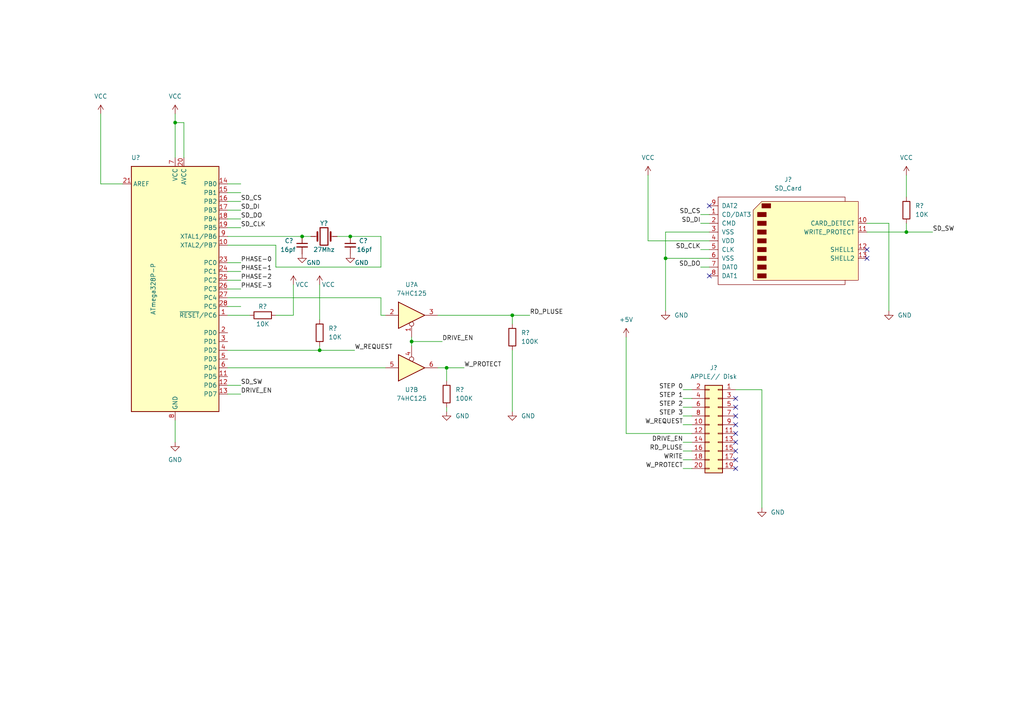
<source format=kicad_sch>
(kicad_sch (version 20211123) (generator eeschema)
  (paper "A4")
  (lib_symbols
    (symbol "74xx_IEEE:74HC125" (pin_names (offset 1.016))
      (property "Reference" "U" (at 0 1.27 0))
      (property "Value" "74HC125" (at 0 -1.27 0))
      (symbol "74HC125_1_0"
        (polyline (pts (xy -3.81 3.81) (xy -3.81 -3.81) (xy 3.81 0) (xy -3.81 3.81)) (stroke (width 0.254)) (fill (type background)))
        (pin input inverted (at 0 -6.35 90) (length 4.445) (name "~") (number "1"))
        (pin input line (at -7.62 0 0) (length 3.81) (name "~") (number "2"))
        (pin tri_state line (at 7.62 0 180) (length 3.81) (name "~") (number "3"))
      )
      (symbol "74HC125_2_0"
        (polyline (pts (xy -3.81 3.81) (xy -3.81 -3.81) (xy 3.81 0) (xy -3.81 3.81)) (stroke (width 0.254)) (fill (type background)))
        (pin input inverted (at 0 -6.35 90) (length 4.445) (name "~") (number "4"))
        (pin input line (at -7.62 0 0) (length 3.81) (name "~") (number "5"))
        (pin tri_state line (at 7.62 0 180) (length 3.81) (name "~") (number "6"))
      )
      (symbol "74HC125_3_0"
        (polyline (pts (xy -3.81 3.81) (xy -3.81 -3.81) (xy 3.81 0) (xy -3.81 3.81)) (stroke (width 0.254)) (fill (type background)))
        (pin input inverted (at 0 -6.35 90) (length 4.445) (name "~") (number "10"))
        (pin tri_state line (at 7.62 0 180) (length 3.81) (name "~") (number "8"))
        (pin input line (at -7.62 0 0) (length 3.81) (name "~") (number "9"))
      )
      (symbol "74HC125_4_0"
        (polyline (pts (xy -3.81 3.81) (xy -3.81 -3.81) (xy 3.81 0) (xy -3.81 3.81)) (stroke (width 0.254)) (fill (type background)))
        (pin tri_state line (at 7.62 0 180) (length 3.81) (name "~") (number "11"))
        (pin input line (at -7.62 0 0) (length 3.81) (name "~") (number "12"))
        (pin input inverted (at 0 -6.35 90) (length 4.445) (name "~") (number "13"))
      )
      (symbol "74HC125_5_0"
        (pin power_in line (at 0 12.7 270) (length 5.08) (name "VCC") (number "14"))
        (pin power_in line (at 0 -12.7 90) (length 5.08) (name "GND") (number "7"))
      )
      (symbol "74HC125_5_1"
        (rectangle (start -5.08 7.62) (end 5.08 -7.62) (stroke (width 0.254)) (fill (type background)))
      )
    )
    (symbol "Connector:SD_Card" (pin_names (offset 1.016))
      (property "Reference" "J" (at -16.51 13.97 0))
      (property "Value" "SD_Card" (at 15.24 -13.97 0))
      (symbol "SD_Card_0_1"
        (rectangle (start -8.89 -9.525) (end -6.35 -10.795) (fill (type outline)))
        (rectangle (start -8.89 -6.985) (end -6.35 -8.255) (fill (type outline)))
        (rectangle (start -8.89 -4.445) (end -6.35 -5.715) (fill (type outline)))
        (rectangle (start -8.89 -1.905) (end -6.35 -3.175) (fill (type outline)))
        (rectangle (start -8.89 0.635) (end -6.35 -0.635) (fill (type outline)))
        (rectangle (start -8.89 3.175) (end -6.35 1.905) (fill (type outline)))
        (rectangle (start -8.89 5.715) (end -6.35 4.445) (fill (type outline)))
        (rectangle (start -8.89 8.255) (end -6.35 6.985) (fill (type outline)))
        (rectangle (start -7.62 10.795) (end -5.08 9.525) (fill (type outline)))
        (polyline (pts (xy -10.16 8.89) (xy -7.62 11.43) (xy 20.32 11.43) (xy 20.32 -11.43) (xy -10.16 -11.43) (xy -10.16 8.89)) (fill (type background)))
        (polyline (pts (xy 16.51 11.43) (xy 16.51 12.7) (xy -20.32 12.7) (xy -20.32 -12.7) (xy 16.51 -12.7) (xy 16.51 -11.43)))
      )
      (symbol "SD_Card_1_1"
        (pin input line (at -22.86 7.62 0) (length 2.54) (name "CD/DAT3") (number "1"))
        (pin input line (at 22.86 5.08 180) (length 2.54) (name "CARD_DETECT") (number "10"))
        (pin input line (at 22.86 2.54 180) (length 2.54) (name "WRITE_PROTECT") (number "11"))
        (pin input line (at 22.86 -2.54 180) (length 2.54) (name "SHELL1") (number "12"))
        (pin input line (at 22.86 -5.08 180) (length 2.54) (name "SHELL2") (number "13"))
        (pin input line (at -22.86 5.08 0) (length 2.54) (name "CMD") (number "2"))
        (pin power_in line (at -22.86 2.54 0) (length 2.54) (name "VSS") (number "3"))
        (pin power_in line (at -22.86 0 0) (length 2.54) (name "VDD") (number "4"))
        (pin input line (at -22.86 -2.54 0) (length 2.54) (name "CLK") (number "5"))
        (pin power_in line (at -22.86 -5.08 0) (length 2.54) (name "VSS") (number "6"))
        (pin input line (at -22.86 -7.62 0) (length 2.54) (name "DAT0") (number "7"))
        (pin input line (at -22.86 -10.16 0) (length 2.54) (name "DAT1") (number "8"))
        (pin input line (at -22.86 10.16 0) (length 2.54) (name "DAT2") (number "9"))
      )
    )
    (symbol "Connector_Generic:Conn_02x10_Odd_Even" (pin_names (offset 1.016) hide)
      (property "Reference" "J" (at 1.27 12.7 0))
      (property "Value" "Conn_02x10_Odd_Even" (at 1.27 -15.24 0))
      (symbol "Conn_02x10_Odd_Even_1_1"
        (rectangle (start -1.27 -12.573) (end 0 -12.827) (stroke (width 0.1524)))
        (rectangle (start -1.27 -10.033) (end 0 -10.287) (stroke (width 0.1524)))
        (rectangle (start -1.27 -7.493) (end 0 -7.747) (stroke (width 0.1524)))
        (rectangle (start -1.27 -4.953) (end 0 -5.207) (stroke (width 0.1524)))
        (rectangle (start -1.27 -2.413) (end 0 -2.667) (stroke (width 0.1524)))
        (rectangle (start -1.27 0.127) (end 0 -0.127) (stroke (width 0.1524)))
        (rectangle (start -1.27 2.667) (end 0 2.413) (stroke (width 0.1524)))
        (rectangle (start -1.27 5.207) (end 0 4.953) (stroke (width 0.1524)))
        (rectangle (start -1.27 7.747) (end 0 7.493) (stroke (width 0.1524)))
        (rectangle (start -1.27 10.287) (end 0 10.033) (stroke (width 0.1524)))
        (rectangle (start -1.27 11.43) (end 3.81 -13.97) (stroke (width 0.254)) (fill (type background)))
        (rectangle (start 3.81 -12.573) (end 2.54 -12.827) (stroke (width 0.1524)))
        (rectangle (start 3.81 -10.033) (end 2.54 -10.287) (stroke (width 0.1524)))
        (rectangle (start 3.81 -7.493) (end 2.54 -7.747) (stroke (width 0.1524)))
        (rectangle (start 3.81 -4.953) (end 2.54 -5.207) (stroke (width 0.1524)))
        (rectangle (start 3.81 -2.413) (end 2.54 -2.667) (stroke (width 0.1524)))
        (rectangle (start 3.81 0.127) (end 2.54 -0.127) (stroke (width 0.1524)))
        (rectangle (start 3.81 2.667) (end 2.54 2.413) (stroke (width 0.1524)))
        (rectangle (start 3.81 5.207) (end 2.54 4.953) (stroke (width 0.1524)))
        (rectangle (start 3.81 7.747) (end 2.54 7.493) (stroke (width 0.1524)))
        (rectangle (start 3.81 10.287) (end 2.54 10.033) (stroke (width 0.1524)))
        (pin passive line (at -5.08 10.16 0) (length 3.81) (name "Pin_1") (number "1"))
        (pin passive line (at 7.62 0 180) (length 3.81) (name "Pin_10") (number "10"))
        (pin passive line (at -5.08 -2.54 0) (length 3.81) (name "Pin_11") (number "11"))
        (pin passive line (at 7.62 -2.54 180) (length 3.81) (name "Pin_12") (number "12"))
        (pin passive line (at -5.08 -5.08 0) (length 3.81) (name "Pin_13") (number "13"))
        (pin passive line (at 7.62 -5.08 180) (length 3.81) (name "Pin_14") (number "14"))
        (pin passive line (at -5.08 -7.62 0) (length 3.81) (name "Pin_15") (number "15"))
        (pin passive line (at 7.62 -7.62 180) (length 3.81) (name "Pin_16") (number "16"))
        (pin passive line (at -5.08 -10.16 0) (length 3.81) (name "Pin_17") (number "17"))
        (pin passive line (at 7.62 -10.16 180) (length 3.81) (name "Pin_18") (number "18"))
        (pin passive line (at -5.08 -12.7 0) (length 3.81) (name "Pin_19") (number "19"))
        (pin passive line (at 7.62 10.16 180) (length 3.81) (name "Pin_2") (number "2"))
        (pin passive line (at 7.62 -12.7 180) (length 3.81) (name "Pin_20") (number "20"))
        (pin passive line (at -5.08 7.62 0) (length 3.81) (name "Pin_3") (number "3"))
        (pin passive line (at 7.62 7.62 180) (length 3.81) (name "Pin_4") (number "4"))
        (pin passive line (at -5.08 5.08 0) (length 3.81) (name "Pin_5") (number "5"))
        (pin passive line (at 7.62 5.08 180) (length 3.81) (name "Pin_6") (number "6"))
        (pin passive line (at -5.08 2.54 0) (length 3.81) (name "Pin_7") (number "7"))
        (pin passive line (at 7.62 2.54 180) (length 3.81) (name "Pin_8") (number "8"))
        (pin passive line (at -5.08 0 0) (length 3.81) (name "Pin_9") (number "9"))
      )
    )
    (symbol "Device:C_Small" (pin_numbers hide) (pin_names (offset 0.254) hide)
      (property "Reference" "C" (at 0.254 1.778 0))
      (property "Value" "C_Small" (at 0.254 -2.032 0))
      (symbol "C_Small_0_1"
        (polyline (pts (xy -1.524 -0.508) (xy 1.524 -0.508)) (stroke (width 0.3302)))
        (polyline (pts (xy -1.524 0.508) (xy 1.524 0.508)) (stroke (width 0.3048)))
      )
      (symbol "C_Small_1_1"
        (pin passive line (at 0 2.54 270) (length 2.032) (name "~") (number "1"))
        (pin passive line (at 0 -2.54 90) (length 2.032) (name "~") (number "2"))
      )
    )
    (symbol "Device:Crystal" (pin_numbers hide) (pin_names (offset 1.016) hide)
      (property "Reference" "Y" (at 0 3.81 0))
      (property "Value" "Crystal" (at 0 -3.81 0))
      (symbol "Crystal_0_1"
        (rectangle (start -1.143 2.54) (end 1.143 -2.54) (stroke (width 0.3048)))
        (polyline (pts (xy -2.54 0) (xy -1.905 0)))
        (polyline (pts (xy -1.905 -1.27) (xy -1.905 1.27)) (stroke (width 0.508)))
        (polyline (pts (xy 1.905 -1.27) (xy 1.905 1.27)) (stroke (width 0.508)))
        (polyline (pts (xy 2.54 0) (xy 1.905 0)))
      )
      (symbol "Crystal_1_1"
        (pin passive line (at -3.81 0 0) (length 1.27) (name "1") (number "1"))
        (pin passive line (at 3.81 0 180) (length 1.27) (name "2") (number "2"))
      )
    )
    (symbol "Device:R" (pin_numbers hide) (pin_names (offset 0))
      (property "Reference" "R" (at 2.032 0 90))
      (property "Value" "R" (at 0 0 90))
      (symbol "R_0_1"
        (rectangle (start -1.016 -2.54) (end 1.016 2.54) (stroke (width 0.254)))
      )
      (symbol "R_1_1"
        (pin passive line (at 0 3.81 270) (length 1.27) (name "~") (number "1"))
        (pin passive line (at 0 -3.81 90) (length 1.27) (name "~") (number "2"))
      )
    )
    (symbol "MCU_Microchip_ATmega:ATmega328P-P"
      (property "Reference" "U" (at -12.7 36.83 0))
      (property "Value" "ATmega328P-P" (at 2.54 -36.83 0))
      (symbol "ATmega328P-P_0_1"
        (rectangle (start -12.7 -35.56) (end 12.7 35.56) (stroke (width 0.254)) (fill (type background)))
      )
      (symbol "ATmega328P-P_1_1"
        (pin bidirectional line (at 15.24 -7.62 180) (length 2.54) (name "~{RESET}/PC6") (number "1"))
        (pin bidirectional line (at 15.24 12.7 180) (length 2.54) (name "XTAL2/PB7") (number "10"))
        (pin bidirectional line (at 15.24 -25.4 180) (length 2.54) (name "PD5") (number "11"))
        (pin bidirectional line (at 15.24 -27.94 180) (length 2.54) (name "PD6") (number "12"))
        (pin bidirectional line (at 15.24 -30.48 180) (length 2.54) (name "PD7") (number "13"))
        (pin bidirectional line (at 15.24 30.48 180) (length 2.54) (name "PB0") (number "14"))
        (pin bidirectional line (at 15.24 27.94 180) (length 2.54) (name "PB1") (number "15"))
        (pin bidirectional line (at 15.24 25.4 180) (length 2.54) (name "PB2") (number "16"))
        (pin bidirectional line (at 15.24 22.86 180) (length 2.54) (name "PB3") (number "17"))
        (pin bidirectional line (at 15.24 20.32 180) (length 2.54) (name "PB4") (number "18"))
        (pin bidirectional line (at 15.24 17.78 180) (length 2.54) (name "PB5") (number "19"))
        (pin bidirectional line (at 15.24 -12.7 180) (length 2.54) (name "PD0") (number "2"))
        (pin power_in line (at 2.54 38.1 270) (length 2.54) (name "AVCC") (number "20"))
        (pin passive line (at -15.24 30.48 0) (length 2.54) (name "AREF") (number "21"))
        (pin passive line (at 0 -38.1 90) (length 2.54) hide (name "GND") (number "22"))
        (pin bidirectional line (at 15.24 7.62 180) (length 2.54) (name "PC0") (number "23"))
        (pin bidirectional line (at 15.24 5.08 180) (length 2.54) (name "PC1") (number "24"))
        (pin bidirectional line (at 15.24 2.54 180) (length 2.54) (name "PC2") (number "25"))
        (pin bidirectional line (at 15.24 0 180) (length 2.54) (name "PC3") (number "26"))
        (pin bidirectional line (at 15.24 -2.54 180) (length 2.54) (name "PC4") (number "27"))
        (pin bidirectional line (at 15.24 -5.08 180) (length 2.54) (name "PC5") (number "28"))
        (pin bidirectional line (at 15.24 -15.24 180) (length 2.54) (name "PD1") (number "3"))
        (pin bidirectional line (at 15.24 -17.78 180) (length 2.54) (name "PD2") (number "4"))
        (pin bidirectional line (at 15.24 -20.32 180) (length 2.54) (name "PD3") (number "5"))
        (pin bidirectional line (at 15.24 -22.86 180) (length 2.54) (name "PD4") (number "6"))
        (pin power_in line (at 0 38.1 270) (length 2.54) (name "VCC") (number "7"))
        (pin power_in line (at 0 -38.1 90) (length 2.54) (name "GND") (number "8"))
        (pin bidirectional line (at 15.24 15.24 180) (length 2.54) (name "XTAL1/PB6") (number "9"))
      )
    )
    (symbol "power:+5V" (power) (pin_names (offset 0))
      (property "Value" "+5V" (at 0 3.556 0))
      (symbol "+5V_0_1"
        (polyline (pts (xy -0.762 1.27) (xy 0 2.54)))
        (polyline (pts (xy 0 0) (xy 0 2.54)))
        (polyline (pts (xy 0 2.54) (xy 0.762 1.27)))
      )
      (symbol "+5V_1_1"
        (pin power_in line (at 0 0 90) (length 0) hide (name "+5V") (number "1"))
      )
    )
    (symbol "power:GND" (power) (pin_names (offset 0))
      (property "Value" "GND" (at 0 -3.81 0))
      (symbol "GND_0_1"
        (polyline (pts (xy 0 0) (xy 0 -1.27) (xy 1.27 -1.27) (xy 0 -2.54) (xy -1.27 -1.27) (xy 0 -1.27)))
      )
      (symbol "GND_1_1"
        (pin power_in line (at 0 0 270) (length 0) hide (name "GND") (number "1"))
      )
    )
    (symbol "power:VCC" (power) (pin_names (offset 0))
      (property "Value" "VCC" (at 0 3.81 0))
      (symbol "VCC_0_1"
        (polyline (pts (xy -0.762 1.27) (xy 0 2.54)))
        (polyline (pts (xy 0 0) (xy 0 2.54)))
        (polyline (pts (xy 0 2.54) (xy 0.762 1.27)))
      )
      (symbol "VCC_1_1"
        (pin power_in line (at 0 0 90) (length 0) hide (name "VCC") (number "1"))
      )
    )
  )
  (junction (at 50.8 35.56))
  (junction (at 119.38 99.06))
  (junction (at 92.71 101.6))
  (junction (at 87.63 68.58))
  (junction (at 129.54 106.68))
  (junction (at 262.89 67.31))
  (junction (at 148.59 91.44))
  (junction (at 101.6 68.58))
  (junction (at 193.04 74.93))
  (no_connect (at 213.36 115.57))
  (no_connect (at 205.74 80.01))
  (no_connect (at 251.46 72.39))
  (no_connect (at 213.36 125.73))
  (no_connect (at 251.46 74.93))
  (no_connect (at 213.36 123.19))
  (no_connect (at 213.36 128.27))
  (no_connect (at 213.36 120.65))
  (no_connect (at 213.36 130.81))
  (no_connect (at 213.36 135.89))
  (no_connect (at 205.74 59.69))
  (no_connect (at 213.36 118.11))
  (no_connect (at 213.36 133.35))
  (wire (pts (xy 127 91.44) (xy 148.59 91.44)))
  (wire (pts (xy 66.04 63.5) (xy 69.85 63.5)))
  (wire (pts (xy 198.12 130.81) (xy 200.66 130.81)))
  (wire (pts (xy 66.04 55.88) (xy 69.85 55.88)))
  (wire (pts (xy 187.96 69.85) (xy 205.74 69.85)))
  (wire (pts (xy 203.2 77.47) (xy 205.74 77.47)))
  (wire (pts (xy 66.04 88.9) (xy 69.85 88.9)))
  (wire (pts (xy 66.04 91.44) (xy 72.39 91.44)))
  (wire (pts (xy 213.36 113.03) (xy 220.98 113.03)))
  (wire (pts (xy 119.38 99.06) (xy 119.38 100.33)))
  (wire (pts (xy 66.04 114.3) (xy 69.85 114.3)))
  (wire (pts (xy 148.59 101.6) (xy 148.59 119.38)))
  (wire (pts (xy 203.2 72.39) (xy 205.74 72.39)))
  (wire (pts (xy 205.74 74.93) (xy 193.04 74.93)))
  (wire (pts (xy 203.2 62.23) (xy 205.74 62.23)))
  (wire (pts (xy 66.04 66.04) (xy 69.85 66.04)))
  (wire (pts (xy 29.21 53.34) (xy 29.21 33.02)))
  (wire (pts (xy 193.04 74.93) (xy 193.04 90.17)))
  (wire (pts (xy 66.04 53.34) (xy 69.85 53.34)))
  (wire (pts (xy 198.12 123.19) (xy 200.66 123.19)))
  (wire (pts (xy 129.54 106.68) (xy 129.54 110.49)))
  (wire (pts (xy 92.71 100.33) (xy 92.71 101.6)))
  (wire (pts (xy 50.8 121.92) (xy 50.8 128.27)))
  (wire (pts (xy 92.71 101.6) (xy 102.87 101.6)))
  (wire (pts (xy 262.89 50.8) (xy 262.89 57.15)))
  (wire (pts (xy 181.61 125.73) (xy 200.66 125.73)))
  (wire (pts (xy 148.59 91.44) (xy 148.59 93.98)))
  (wire (pts (xy 66.04 60.96) (xy 69.85 60.96)))
  (wire (pts (xy 66.04 71.12) (xy 80.01 71.12)))
  (wire (pts (xy 110.49 77.47) (xy 110.49 68.58)))
  (wire (pts (xy 198.12 118.11) (xy 200.66 118.11)))
  (wire (pts (xy 198.12 135.89) (xy 200.66 135.89)))
  (wire (pts (xy 119.38 97.79) (xy 119.38 99.06)))
  (wire (pts (xy 50.8 35.56) (xy 50.8 45.72)))
  (wire (pts (xy 110.49 86.36) (xy 110.49 91.44)))
  (wire (pts (xy 119.38 99.06) (xy 128.27 99.06)))
  (wire (pts (xy 50.8 33.02) (xy 50.8 35.56)))
  (wire (pts (xy 66.04 78.74) (xy 69.85 78.74)))
  (wire (pts (xy 35.56 53.34) (xy 29.21 53.34)))
  (wire (pts (xy 257.81 64.77) (xy 257.81 90.17)))
  (wire (pts (xy 53.34 35.56) (xy 50.8 35.56)))
  (wire (pts (xy 66.04 76.2) (xy 69.85 76.2)))
  (wire (pts (xy 80.01 71.12) (xy 80.01 77.47)))
  (wire (pts (xy 262.89 67.31) (xy 262.89 64.77)))
  (wire (pts (xy 66.04 58.42) (xy 69.85 58.42)))
  (wire (pts (xy 87.63 68.58) (xy 90.17 68.58)))
  (wire (pts (xy 193.04 67.31) (xy 193.04 74.93)))
  (wire (pts (xy 262.89 67.31) (xy 270.51 67.31)))
  (wire (pts (xy 198.12 120.65) (xy 200.66 120.65)))
  (wire (pts (xy 80.01 77.47) (xy 110.49 77.47)))
  (wire (pts (xy 85.09 82.55) (xy 85.09 91.44)))
  (wire (pts (xy 251.46 67.31) (xy 262.89 67.31)))
  (wire (pts (xy 66.04 106.68) (xy 111.76 106.68)))
  (wire (pts (xy 101.6 68.58) (xy 97.79 68.58)))
  (wire (pts (xy 53.34 45.72) (xy 53.34 35.56)))
  (wire (pts (xy 181.61 97.79) (xy 181.61 125.73)))
  (wire (pts (xy 203.2 64.77) (xy 205.74 64.77)))
  (wire (pts (xy 129.54 118.11) (xy 129.54 119.38)))
  (wire (pts (xy 66.04 101.6) (xy 92.71 101.6)))
  (wire (pts (xy 101.6 68.58) (xy 110.49 68.58)))
  (wire (pts (xy 187.96 50.8) (xy 187.96 69.85)))
  (wire (pts (xy 66.04 86.36) (xy 110.49 86.36)))
  (wire (pts (xy 198.12 113.03) (xy 200.66 113.03)))
  (wire (pts (xy 198.12 133.35) (xy 200.66 133.35)))
  (wire (pts (xy 148.59 91.44) (xy 153.67 91.44)))
  (wire (pts (xy 66.04 111.76) (xy 69.85 111.76)))
  (wire (pts (xy 66.04 68.58) (xy 87.63 68.58)))
  (wire (pts (xy 205.74 67.31) (xy 193.04 67.31)))
  (wire (pts (xy 127 106.68) (xy 129.54 106.68)))
  (wire (pts (xy 198.12 115.57) (xy 200.66 115.57)))
  (wire (pts (xy 92.71 82.55) (xy 92.71 92.71)))
  (wire (pts (xy 66.04 81.28) (xy 69.85 81.28)))
  (wire (pts (xy 66.04 83.82) (xy 69.85 83.82)))
  (wire (pts (xy 220.98 113.03) (xy 220.98 147.32)))
  (wire (pts (xy 129.54 106.68) (xy 134.62 106.68)))
  (wire (pts (xy 198.12 128.27) (xy 200.66 128.27)))
  (wire (pts (xy 110.49 91.44) (xy 111.76 91.44)))
  (wire (pts (xy 251.46 64.77) (xy 257.81 64.77)))
  (wire (pts (xy 80.01 91.44) (xy 85.09 91.44)))
  (label "SD_DI" (at 203.2 64.77 180))
  (label "PHASE-0" (at 69.85 76.2 0))
  (label "STEP 2" (at 198.12 118.11 180))
  (label "PHASE-2" (at 69.85 81.28 0))
  (label "SD_DO" (at 69.85 63.5 0))
  (label "SD_CS" (at 69.85 58.42 0))
  (label "DRIVE_EN" (at 128.27 99.06 0))
  (label "DRIVE_EN" (at 69.85 114.3 0))
  (label "SD_CS" (at 203.2 62.23 180))
  (label "RD_PLUSE" (at 153.67 91.44 0))
  (label "SD_DO" (at 203.2 77.47 180))
  (label "SD_SW" (at 270.51 67.31 0))
  (label "STEP 1" (at 198.12 115.57 180))
  (label "SD_CLK" (at 203.2 72.39 180))
  (label "W_REQUEST" (at 198.12 123.19 180))
  (label "WRITE" (at 198.12 133.35 180))
  (label "W_PROTECT" (at 134.62 106.68 0))
  (label "PHASE-3" (at 69.85 83.82 0))
  (label "SD_SW" (at 69.85 111.76 0))
  (label "RD_PLUSE" (at 198.12 130.81 180))
  (label "SD_DI" (at 69.85 60.96 0))
  (label "PHASE-1" (at 69.85 78.74 0))
  (label "STEP 3" (at 198.12 120.65 180))
  (label "W_REQUEST" (at 102.87 101.6 0))
  (label "STEP 0" (at 198.12 113.03 180))
  (label "W_PROTECT" (at 198.12 135.89 180))
  (label "SD_CLK" (at 69.85 66.04 0))
  (label "DRIVE_EN" (at 198.12 128.27 180))
  (symbol (lib_id "power:GND") (at 220.98 147.32 0) (unit 1)
    (property "Reference" "#PWR?" (effects hide))
    (property "Value" "GND" (at 223.52 148.5899 0) (effects (justify left)))
  )
  (symbol (lib_id "Device:C_Small") (at 87.63 71.12 0) (unit 1)
    (property "Reference" "C?" (at 82.55 69.85 0) (effects (justify left)))
    (property "Value" "16pf" (at 81.28 72.39 0) (effects (justify left)))
    (property "Footprint" "Capacitor_THT:C_Disc_D5.0mm_W2.5mm_P2.50mm" (effects hide))
  )
  (symbol (lib_id "Device:R") (at 262.89 60.96 0) (unit 1)
    (property "Reference" "R?" (at 265.43 59.6899 0) (effects (justify left)))
    (property "Value" "10K" (at 265.43 62.2299 0) (effects (justify left)))
    (property "Footprint" "Resistor_THT:R_Axial_DIN0207_L6.3mm_D2.5mm_P7.62mm_Horizontal" (effects hide))
  )
  (symbol (lib_id "power:GND") (at 257.81 90.17 0) (unit 1)
    (property "Reference" "#PWR?" (effects hide))
    (property "Value" "GND" (at 260.35 91.4399 0) (effects (justify left)))
  )
  (symbol (lib_id "MCU_Microchip_ATmega:ATmega328P-P") (at 50.8 83.82 0) (unit 1)
    (property "Reference" "U?" (at 39.37 45.72 0))
    (property "Value" "ATmega328P-P" (at 44.45 83.82 90))
    (property "Footprint" "Package_DIP:DIP-28_W7.62mm" (effects hide))
    (property "Datasheet" "http://ww1.microchip.com/downloads/en/DeviceDoc/ATmega328_P%20AVR%20MCU%20with%20picoPower%20Technology%20Data%20Sheet%2040001984A.pdf" (effects hide))
  )
  (symbol (lib_id "Device:Crystal") (at 93.98 68.58 0) (unit 1)
    (property "Reference" "Y?" (at 93.98 64.77 0))
    (property "Value" "27Mhz" (at 93.98 72.39 0))
    (property "Footprint" "Crystal:Crystal_HC49-4H_Vertical" (effects hide))
  )
  (symbol (lib_id "74xx_IEEE:74HC125") (at 119.38 91.44 0) (unit 1)
    (property "Reference" "U?" (at 119.38 82.55 0))
    (property "Value" "74HC125" (at 119.38 85.09 0))
    (property "Footprint" "Package_DIP:DIP-14_W7.62mm" (effects hide))
    (property "Datasheet" "http://www.ti.com/lit/gpn/sn74LS125" (effects hide))
  )
  (symbol (lib_id "Device:C_Small") (at 101.6 71.12 0) (mirror y) (unit 1)
    (property "Reference" "C?" (at 106.68 69.85 0) (effects (justify left)))
    (property "Value" "16pf" (at 107.95 72.39 0) (effects (justify left)))
    (property "Footprint" "Capacitor_THT:C_Disc_D5.0mm_W2.5mm_P2.50mm" (effects hide))
  )
  (symbol (lib_id "power:GND") (at 87.63 73.66 0) (unit 1)
    (property "Reference" "#PWR?" (effects hide))
    (property "Value" "GND" (at 88.9 76.2 0) (effects (justify left)))
  )
  (symbol (lib_id "power:VCC") (at 262.89 50.8 0) (unit 1)
    (property "Reference" "#PWR?" (effects hide))
    (property "Value" "VCC" (at 262.89 45.72 0))
  )
  (symbol (lib_id "power:+5V") (at 181.61 97.79 0) (unit 1)
    (property "Reference" "#PWR?" (effects hide))
    (property "Value" "+5V" (at 181.61 92.71 0))
  )
  (symbol (lib_id "power:VCC") (at 187.96 50.8 0) (unit 1)
    (property "Reference" "#PWR?" (effects hide))
    (property "Value" "VCC" (at 187.96 45.72 0))
  )
  (symbol (lib_id "Device:R") (at 129.54 114.3 0) (unit 1)
    (property "Reference" "R?" (at 132.08 113.0299 0) (effects (justify left)))
    (property "Value" "100K" (at 132.08 115.5699 0) (effects (justify left)))
    (property "Footprint" "Resistor_THT:R_Axial_DIN0207_L6.3mm_D2.5mm_P7.62mm_Horizontal" (effects hide))
  )
  (symbol (lib_id "power:VCC") (at 85.09 82.55 0) (unit 1)
    (property "Reference" "#PWR?" (effects hide))
    (property "Value" "VCC" (at 87.63 82.55 0))
  )
  (symbol (lib_id "power:GND") (at 101.6 73.66 0) (unit 1)
    (property "Reference" "#PWR?" (effects hide))
    (property "Value" "GND" (at 102.87 76.2 0) (effects (justify left)))
  )
  (symbol (lib_id "Device:R") (at 148.59 97.79 0) (unit 1)
    (property "Reference" "R?" (at 151.13 96.5199 0) (effects (justify left)))
    (property "Value" "100K" (at 151.13 99.0599 0) (effects (justify left)))
    (property "Footprint" "Resistor_THT:R_Axial_DIN0207_L6.3mm_D2.5mm_P7.62mm_Horizontal" (effects hide))
  )
  (symbol (lib_id "Device:R") (at 76.2 91.44 90) (unit 1)
    (property "Reference" "R?" (at 76.2 88.9 90))
    (property "Value" "10K" (at 76.2 93.98 90))
    (property "Footprint" "Resistor_THT:R_Axial_DIN0207_L6.3mm_D2.5mm_P7.62mm_Horizontal" (effects hide))
  )
  (symbol (lib_id "power:GND") (at 193.04 90.17 0) (unit 1)
    (property "Reference" "#PWR?" (effects hide))
    (property "Value" "GND" (at 195.58 91.4399 0) (effects (justify left)))
  )
  (symbol (lib_id "74xx_IEEE:74HC125") (at 119.38 106.68 0) (mirror x) (unit 2)
    (property "Reference" "U?" (at 119.38 113.03 0))
    (property "Value" "74HC125" (at 119.38 115.57 0))
    (property "Footprint" "Package_DIP:DIP-14_W7.62mm" (effects hide))
    (property "Datasheet" "http://www.ti.com/lit/gpn/sn74LS125" (effects hide))
  )
  (symbol (lib_id "power:VCC") (at 50.8 33.02 0) (unit 1)
    (property "Reference" "#PWR?" (effects hide))
    (property "Value" "VCC" (at 50.8 27.94 0))
  )
  (symbol (lib_id "Connector:SD_Card") (at 228.6 69.85 0) (unit 1)
    (property "Reference" "J?" (at 228.6 52.07 0))
    (property "Value" "SD_Card" (at 228.6 54.61 0))
    (property "Footprint" "Connector_Card:SD_Kyocera_145638009211859+" (effects hide))
    (property "Datasheet" "http://portal.fciconnect.com/Comergent//fci/drawing/10067847.pdf" (effects hide))
  )
  (symbol (lib_id "power:VCC") (at 29.21 33.02 0) (unit 1)
    (property "Reference" "#PWR?" (effects hide))
    (property "Value" "VCC" (at 29.21 27.94 0))
  )
  (symbol (lib_id "Connector_Generic:Conn_02x10_Odd_Even") (at 208.28 123.19 0) (mirror y) (unit 1)
    (property "Reference" "J?" (at 207.01 106.68 0))
    (property "Value" "APPLE// Disk" (at 207.01 109.22 0))
    (property "Footprint" "Connector_PinHeader_2.54mm:PinHeader_2x10_P2.54mm_Vertical" (effects hide))
  )
  (symbol (lib_id "power:VCC") (at 92.71 82.55 0) (unit 1)
    (property "Reference" "#PWR?" (effects hide))
    (property "Value" "VCC" (at 95.25 82.55 0))
  )
  (symbol (lib_id "power:GND") (at 50.8 128.27 0) (unit 1)
    (property "Reference" "#PWR?" (effects hide))
    (property "Value" "GND" (at 50.8 133.35 0))
  )
  (symbol (lib_id "Device:R") (at 92.71 96.52 0) (unit 1)
    (property "Reference" "R?" (at 95.25 95.2499 0) (effects (justify left)))
    (property "Value" "10K" (at 95.25 97.7899 0) (effects (justify left)))
    (property "Footprint" "Resistor_THT:R_Axial_DIN0207_L6.3mm_D2.5mm_P7.62mm_Horizontal" (effects hide))
  )
  (symbol (lib_id "power:GND") (at 148.59 119.38 0) (unit 1)
    (property "Reference" "#PWR?" (effects hide))
    (property "Value" "GND" (at 151.13 120.6499 0) (effects (justify left)))
  )
  (symbol (lib_id "power:GND") (at 129.54 119.38 0) (unit 1)
    (property "Reference" "#PWR?" (effects hide))
    (property "Value" "GND" (at 132.08 120.6499 0) (effects (justify left)))
  )
)
</source>
